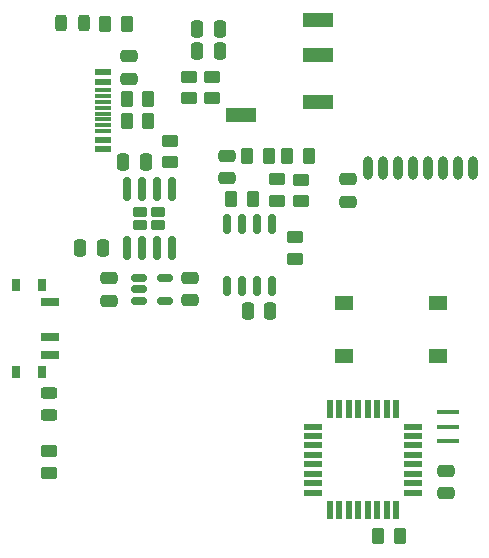
<source format=gbr>
%TF.GenerationSoftware,KiCad,Pcbnew,(6.0.0)*%
%TF.CreationDate,2022-06-28T21:38:27+02:00*%
%TF.ProjectId,DETECTIVE BOYS BADGE,44455445-4354-4495-9645-20424f595320,rev?*%
%TF.SameCoordinates,Original*%
%TF.FileFunction,Paste,Top*%
%TF.FilePolarity,Positive*%
%FSLAX46Y46*%
G04 Gerber Fmt 4.6, Leading zero omitted, Abs format (unit mm)*
G04 Created by KiCad (PCBNEW (6.0.0)) date 2022-06-28 21:38:27*
%MOMM*%
%LPD*%
G01*
G04 APERTURE LIST*
G04 Aperture macros list*
%AMRoundRect*
0 Rectangle with rounded corners*
0 $1 Rounding radius*
0 $2 $3 $4 $5 $6 $7 $8 $9 X,Y pos of 4 corners*
0 Add a 4 corners polygon primitive as box body*
4,1,4,$2,$3,$4,$5,$6,$7,$8,$9,$2,$3,0*
0 Add four circle primitives for the rounded corners*
1,1,$1+$1,$2,$3*
1,1,$1+$1,$4,$5*
1,1,$1+$1,$6,$7*
1,1,$1+$1,$8,$9*
0 Add four rect primitives between the rounded corners*
20,1,$1+$1,$2,$3,$4,$5,0*
20,1,$1+$1,$4,$5,$6,$7,0*
20,1,$1+$1,$6,$7,$8,$9,0*
20,1,$1+$1,$8,$9,$2,$3,0*%
G04 Aperture macros list end*
%ADD10RoundRect,0.250000X0.250000X0.475000X-0.250000X0.475000X-0.250000X-0.475000X0.250000X-0.475000X0*%
%ADD11RoundRect,0.250000X0.262500X0.450000X-0.262500X0.450000X-0.262500X-0.450000X0.262500X-0.450000X0*%
%ADD12R,2.500000X1.200000*%
%ADD13R,1.550000X1.300000*%
%ADD14RoundRect,0.243750X0.456250X-0.243750X0.456250X0.243750X-0.456250X0.243750X-0.456250X-0.243750X0*%
%ADD15RoundRect,0.250000X-0.250000X-0.475000X0.250000X-0.475000X0.250000X0.475000X-0.250000X0.475000X0*%
%ADD16RoundRect,0.400000X0.000000X-0.600000X0.000000X-0.600000X0.000000X0.600000X0.000000X0.600000X0*%
%ADD17RoundRect,0.250000X0.475000X-0.250000X0.475000X0.250000X-0.475000X0.250000X-0.475000X-0.250000X0*%
%ADD18RoundRect,0.150000X-0.150000X0.675000X-0.150000X-0.675000X0.150000X-0.675000X0.150000X0.675000X0*%
%ADD19RoundRect,0.243750X0.243750X0.456250X-0.243750X0.456250X-0.243750X-0.456250X0.243750X-0.456250X0*%
%ADD20R,0.800000X1.000000*%
%ADD21R,1.500000X0.700000*%
%ADD22RoundRect,0.250000X0.450000X-0.262500X0.450000X0.262500X-0.450000X0.262500X-0.450000X-0.262500X0*%
%ADD23RoundRect,0.250000X-0.450000X0.262500X-0.450000X-0.262500X0.450000X-0.262500X0.450000X0.262500X0*%
%ADD24RoundRect,0.250000X-0.475000X0.250000X-0.475000X-0.250000X0.475000X-0.250000X0.475000X0.250000X0*%
%ADD25R,1.600000X0.550000*%
%ADD26R,0.550000X1.600000*%
%ADD27R,1.450000X0.600000*%
%ADD28R,1.450000X0.300000*%
%ADD29RoundRect,0.250000X-0.262500X-0.450000X0.262500X-0.450000X0.262500X0.450000X-0.262500X0.450000X0*%
%ADD30R,1.900000X0.400000*%
%ADD31RoundRect,0.150000X-0.512500X-0.150000X0.512500X-0.150000X0.512500X0.150000X-0.512500X0.150000X0*%
%ADD32RoundRect,0.230000X-0.375000X0.230000X-0.375000X-0.230000X0.375000X-0.230000X0.375000X0.230000X0*%
%ADD33RoundRect,0.150000X-0.150000X0.825000X-0.150000X-0.825000X0.150000X-0.825000X0.150000X0.825000X0*%
G04 APERTURE END LIST*
D10*
%TO.C,C6*%
X139450000Y-127800000D03*
X137550000Y-127800000D03*
%TD*%
D11*
%TO.C,R9*%
X156912500Y-120000000D03*
X155087500Y-120000000D03*
%TD*%
D12*
%TO.C,J1*%
X157650000Y-111455000D03*
X157650000Y-108455000D03*
X151150000Y-116555000D03*
X157650000Y-115455000D03*
%TD*%
D13*
%TO.C,SW2*%
X159920000Y-132450000D03*
X167880000Y-132450000D03*
X159920000Y-136950000D03*
X167880000Y-136950000D03*
%TD*%
D14*
%TO.C,D1*%
X134900000Y-141937500D03*
X134900000Y-140062500D03*
%TD*%
D15*
%TO.C,C7*%
X147450000Y-109200000D03*
X149350000Y-109200000D03*
%TD*%
D16*
%TO.C,U1*%
X163175000Y-120980000D03*
X161905000Y-120980000D03*
X164445000Y-120980000D03*
X165715000Y-120980000D03*
X166985000Y-120980000D03*
X168255000Y-120980000D03*
X169525000Y-120980000D03*
X170795000Y-120980000D03*
%TD*%
D15*
%TO.C,C9*%
X147450000Y-111100000D03*
X149350000Y-111100000D03*
%TD*%
%TO.C,C5*%
X141200000Y-120475000D03*
X143100000Y-120475000D03*
%TD*%
D11*
%TO.C,R13*%
X164612500Y-152200000D03*
X162787500Y-152200000D03*
%TD*%
D17*
%TO.C,C11*%
X168500000Y-148550000D03*
X168500000Y-146650000D03*
%TD*%
D18*
%TO.C,U4*%
X153805000Y-125775000D03*
X152535000Y-125775000D03*
X151265000Y-125775000D03*
X149995000Y-125775000D03*
X149995000Y-131025000D03*
X151265000Y-131025000D03*
X152535000Y-131025000D03*
X153805000Y-131025000D03*
%TD*%
D19*
%TO.C,D2*%
X137837500Y-108750000D03*
X135962500Y-108750000D03*
%TD*%
D20*
%TO.C,SW1*%
X134355000Y-130950000D03*
X132145000Y-130950000D03*
X134355000Y-138250000D03*
X132145000Y-138250000D03*
D21*
X135005000Y-132350000D03*
X135005000Y-135350000D03*
X135005000Y-136850000D03*
%TD*%
D22*
%TO.C,R6*%
X148700000Y-115112500D03*
X148700000Y-113287500D03*
%TD*%
D11*
%TO.C,R8*%
X153512500Y-120000000D03*
X151687500Y-120000000D03*
%TD*%
D22*
%TO.C,R7*%
X145175000Y-120537500D03*
X145175000Y-118712500D03*
%TD*%
D23*
%TO.C,R5*%
X146800000Y-113287500D03*
X146800000Y-115112500D03*
%TD*%
%TO.C,RG1*%
X155700000Y-126887500D03*
X155700000Y-128712500D03*
%TD*%
D24*
%TO.C,C2*%
X140000000Y-130350000D03*
X140000000Y-132250000D03*
%TD*%
D22*
%TO.C,R11*%
X156250000Y-123812500D03*
X156250000Y-121987500D03*
%TD*%
D25*
%TO.C,U5*%
X165750000Y-148500000D03*
X165750000Y-147700000D03*
X165750000Y-146900000D03*
X165750000Y-146100000D03*
X165750000Y-145300000D03*
X165750000Y-144500000D03*
X165750000Y-143700000D03*
X165750000Y-142900000D03*
D26*
X164300000Y-141450000D03*
X163500000Y-141450000D03*
X162700000Y-141450000D03*
X161900000Y-141450000D03*
X161100000Y-141450000D03*
X160300000Y-141450000D03*
X159500000Y-141450000D03*
X158700000Y-141450000D03*
D25*
X157250000Y-142900000D03*
X157250000Y-143700000D03*
X157250000Y-144500000D03*
X157250000Y-145300000D03*
X157250000Y-146100000D03*
X157250000Y-146900000D03*
X157250000Y-147700000D03*
X157250000Y-148500000D03*
D26*
X158700000Y-149950000D03*
X159500000Y-149950000D03*
X160300000Y-149950000D03*
X161100000Y-149950000D03*
X161900000Y-149950000D03*
X162700000Y-149950000D03*
X163500000Y-149950000D03*
X164300000Y-149950000D03*
%TD*%
D24*
%TO.C,C1*%
X160200000Y-121950000D03*
X160200000Y-123850000D03*
%TD*%
D17*
%TO.C,C3*%
X141650000Y-113450000D03*
X141650000Y-111550000D03*
%TD*%
D11*
%TO.C,R10*%
X152162500Y-123600000D03*
X150337500Y-123600000D03*
%TD*%
D27*
%TO.C,USB1*%
X139495000Y-112900000D03*
X139495000Y-113700000D03*
D28*
X139495000Y-114900000D03*
X139495000Y-115900000D03*
X139495000Y-116400000D03*
X139495000Y-117400000D03*
D27*
X139495000Y-118600000D03*
X139495000Y-119400000D03*
X139495000Y-119400000D03*
X139495000Y-118600000D03*
D28*
X139495000Y-117900000D03*
X139495000Y-116900000D03*
X139495000Y-115400000D03*
X139495000Y-114400000D03*
D27*
X139495000Y-113700000D03*
X139495000Y-112900000D03*
%TD*%
D22*
%TO.C,R12*%
X154250000Y-123800000D03*
X154250000Y-121975000D03*
%TD*%
D24*
%TO.C,C8*%
X150000000Y-119950000D03*
X150000000Y-121850000D03*
%TD*%
D29*
%TO.C,R3*%
X141487500Y-117050000D03*
X143312500Y-117050000D03*
%TD*%
D30*
%TO.C,X1*%
X168700000Y-144100000D03*
X168700000Y-142900000D03*
X168700000Y-141700000D03*
%TD*%
D31*
%TO.C,U2*%
X142487500Y-130337500D03*
X142487500Y-131287500D03*
X142487500Y-132237500D03*
X144762500Y-132237500D03*
X144762500Y-130337500D03*
%TD*%
D32*
%TO.C,U3*%
X144150000Y-124730000D03*
X142650000Y-124730000D03*
X144150000Y-125870000D03*
X142650000Y-125870000D03*
D33*
X145305000Y-122825000D03*
X144035000Y-122825000D03*
X142765000Y-122825000D03*
X141495000Y-122825000D03*
X141495000Y-127775000D03*
X142765000Y-127775000D03*
X144035000Y-127775000D03*
X145305000Y-127775000D03*
%TD*%
D23*
%TO.C,R1*%
X134900000Y-144987500D03*
X134900000Y-146812500D03*
%TD*%
D29*
%TO.C,R4*%
X139662500Y-108775000D03*
X141487500Y-108775000D03*
%TD*%
D24*
%TO.C,C4*%
X146825000Y-130300000D03*
X146825000Y-132200000D03*
%TD*%
D15*
%TO.C,C10*%
X151750000Y-133100000D03*
X153650000Y-133100000D03*
%TD*%
D29*
%TO.C,R2*%
X141487500Y-115150000D03*
X143312500Y-115150000D03*
%TD*%
M02*

</source>
